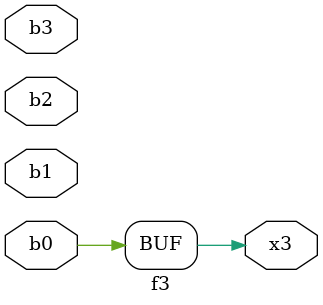
<source format=v>
module f3(x3,b0,b1,b2,b3);
  
	input b0,b1,b2,b3;
	output x3;

       buf gate_buf_1(x3, b0);



endmodule


</source>
